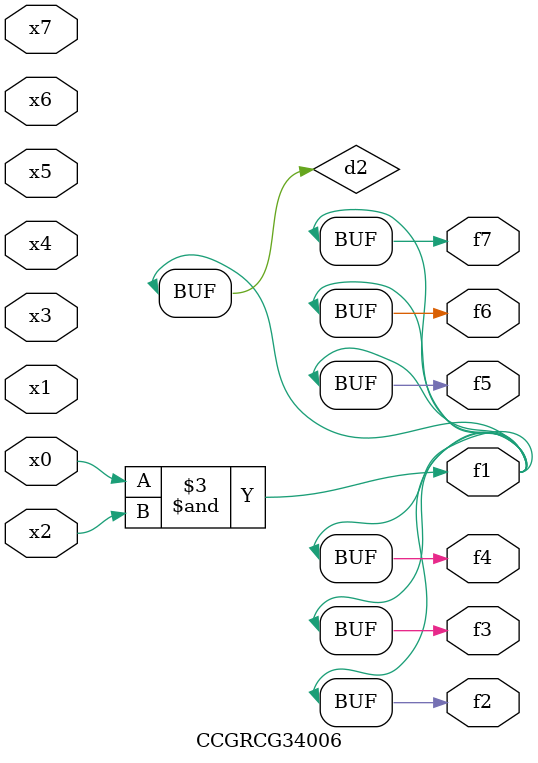
<source format=v>
module CCGRCG34006(
	input x0, x1, x2, x3, x4, x5, x6, x7,
	output f1, f2, f3, f4, f5, f6, f7
);

	wire d1, d2;

	nor (d1, x3, x6);
	and (d2, x0, x2);
	assign f1 = d2;
	assign f2 = d2;
	assign f3 = d2;
	assign f4 = d2;
	assign f5 = d2;
	assign f6 = d2;
	assign f7 = d2;
endmodule

</source>
